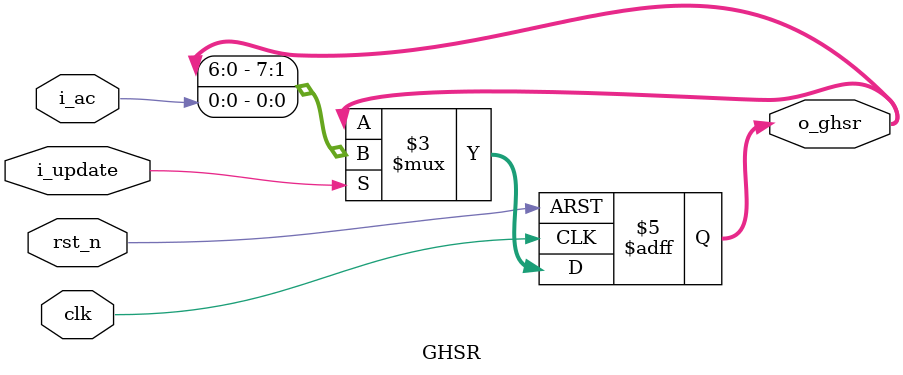
<source format=v>
module GHSR #(
    parameter d_width = 8
)
(
    input clk, rst_n,
    input i_ac, 
    input i_update,
    output reg [d_width -1 : 0] o_ghsr
);

always @(posedge clk, negedge rst_n) begin
    if(~rst_n) begin
        o_ghsr <= {d_width{1'b0}};
    end
    else begin
        if(i_update) begin
            o_ghsr <= {o_ghsr[d_width -2 :0], i_ac};
        end
    end
end

endmodule
</source>
